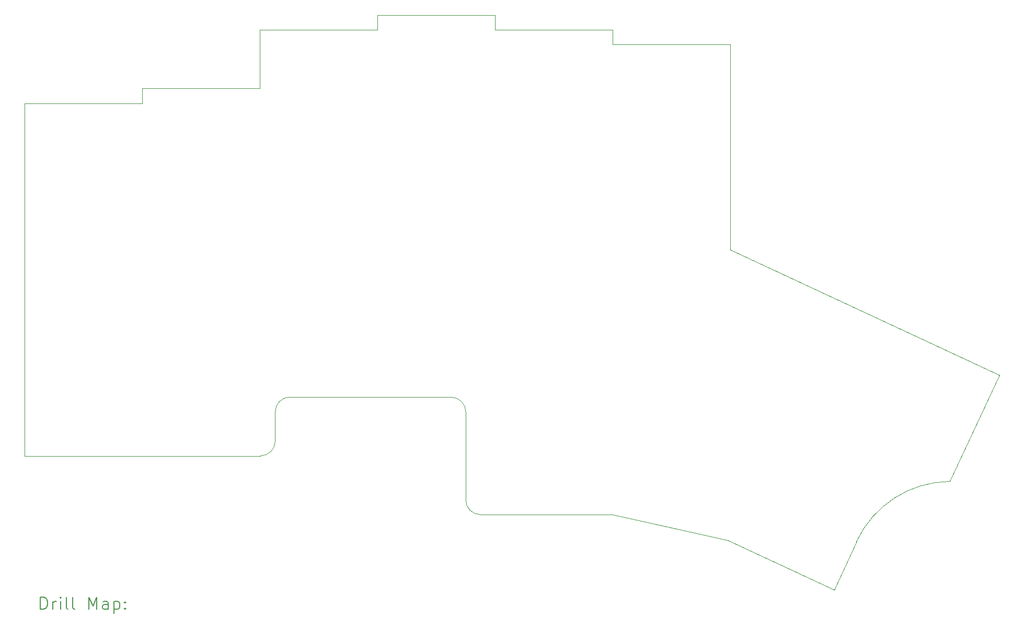
<source format=gbr>
%TF.GenerationSoftware,KiCad,Pcbnew,7.0.5*%
%TF.CreationDate,2024-03-19T14:27:55+08:00*%
%TF.ProjectId,J-50x,4a2d3530-782e-46b6-9963-61645f706362,rev?*%
%TF.SameCoordinates,Original*%
%TF.FileFunction,Drillmap*%
%TF.FilePolarity,Positive*%
%FSLAX45Y45*%
G04 Gerber Fmt 4.5, Leading zero omitted, Abs format (unit mm)*
G04 Created by KiCad (PCBNEW 7.0.5) date 2024-03-19 14:27:55*
%MOMM*%
%LPD*%
G01*
G04 APERTURE LIST*
%ADD10C,0.100000*%
%ADD11C,0.200000*%
G04 APERTURE END LIST*
D10*
X12977000Y-6984500D02*
X12977000Y-6746400D01*
X9167000Y-6508200D02*
X9167000Y-6746400D01*
X3452000Y-13652000D02*
X7271400Y-13652000D01*
X12977000Y-6746400D02*
X11072000Y-6746400D01*
X7271400Y-13652000D02*
G75*
G03*
X7509500Y-13413900I0J238100D01*
G01*
X7747600Y-12699570D02*
G75*
G03*
X7509500Y-12937666I0J-238100D01*
G01*
X19238133Y-12339746D02*
X18433038Y-14065707D01*
X19238133Y-12339746D02*
X14882000Y-10308000D01*
X5357000Y-7698900D02*
X5357000Y-7937000D01*
X11072000Y-6508200D02*
X9167000Y-6508200D01*
X3452000Y-7937000D02*
X3452000Y-13652000D01*
X10595700Y-14366400D02*
G75*
G03*
X10833800Y-14604500I238100J0D01*
G01*
X14837004Y-15016652D02*
X16563418Y-15821847D01*
X14882000Y-6984500D02*
X12977000Y-6984500D01*
X11072000Y-6746400D02*
X11072000Y-6508200D01*
X14837004Y-15016652D02*
X12977080Y-14604461D01*
X7262000Y-6746400D02*
X7262000Y-7698900D01*
X18433039Y-14065712D02*
G75*
G03*
X16926000Y-15039000I20012J-1684378D01*
G01*
X14882000Y-6984500D02*
X14882000Y-10308000D01*
X7509500Y-12937666D02*
X7509500Y-13413900D01*
X10595691Y-12937666D02*
X10595700Y-14366400D01*
X5357000Y-7937000D02*
X3452000Y-7937000D01*
X10595694Y-12937666D02*
G75*
G03*
X10357591Y-12699566I-238104J-4D01*
G01*
X12977000Y-14604500D02*
X10833800Y-14604500D01*
X9167000Y-6746400D02*
X7262000Y-6746400D01*
X10357591Y-12699566D02*
X7747600Y-12699566D01*
X16563418Y-15821847D02*
X16926000Y-15039000D01*
X7262000Y-7698900D02*
X5357000Y-7698900D01*
D11*
X3707777Y-16138331D02*
X3707777Y-15938331D01*
X3707777Y-15938331D02*
X3755396Y-15938331D01*
X3755396Y-15938331D02*
X3783967Y-15947855D01*
X3783967Y-15947855D02*
X3803015Y-15966902D01*
X3803015Y-15966902D02*
X3812539Y-15985950D01*
X3812539Y-15985950D02*
X3822062Y-16024045D01*
X3822062Y-16024045D02*
X3822062Y-16052617D01*
X3822062Y-16052617D02*
X3812539Y-16090712D01*
X3812539Y-16090712D02*
X3803015Y-16109760D01*
X3803015Y-16109760D02*
X3783967Y-16128807D01*
X3783967Y-16128807D02*
X3755396Y-16138331D01*
X3755396Y-16138331D02*
X3707777Y-16138331D01*
X3907777Y-16138331D02*
X3907777Y-16004998D01*
X3907777Y-16043093D02*
X3917301Y-16024045D01*
X3917301Y-16024045D02*
X3926824Y-16014521D01*
X3926824Y-16014521D02*
X3945872Y-16004998D01*
X3945872Y-16004998D02*
X3964920Y-16004998D01*
X4031586Y-16138331D02*
X4031586Y-16004998D01*
X4031586Y-15938331D02*
X4022062Y-15947855D01*
X4022062Y-15947855D02*
X4031586Y-15957379D01*
X4031586Y-15957379D02*
X4041110Y-15947855D01*
X4041110Y-15947855D02*
X4031586Y-15938331D01*
X4031586Y-15938331D02*
X4031586Y-15957379D01*
X4155396Y-16138331D02*
X4136348Y-16128807D01*
X4136348Y-16128807D02*
X4126824Y-16109760D01*
X4126824Y-16109760D02*
X4126824Y-15938331D01*
X4260158Y-16138331D02*
X4241110Y-16128807D01*
X4241110Y-16128807D02*
X4231586Y-16109760D01*
X4231586Y-16109760D02*
X4231586Y-15938331D01*
X4488729Y-16138331D02*
X4488729Y-15938331D01*
X4488729Y-15938331D02*
X4555396Y-16081188D01*
X4555396Y-16081188D02*
X4622063Y-15938331D01*
X4622063Y-15938331D02*
X4622063Y-16138331D01*
X4803015Y-16138331D02*
X4803015Y-16033569D01*
X4803015Y-16033569D02*
X4793491Y-16014521D01*
X4793491Y-16014521D02*
X4774444Y-16004998D01*
X4774444Y-16004998D02*
X4736348Y-16004998D01*
X4736348Y-16004998D02*
X4717301Y-16014521D01*
X4803015Y-16128807D02*
X4783967Y-16138331D01*
X4783967Y-16138331D02*
X4736348Y-16138331D01*
X4736348Y-16138331D02*
X4717301Y-16128807D01*
X4717301Y-16128807D02*
X4707777Y-16109760D01*
X4707777Y-16109760D02*
X4707777Y-16090712D01*
X4707777Y-16090712D02*
X4717301Y-16071664D01*
X4717301Y-16071664D02*
X4736348Y-16062141D01*
X4736348Y-16062141D02*
X4783967Y-16062141D01*
X4783967Y-16062141D02*
X4803015Y-16052617D01*
X4898253Y-16004998D02*
X4898253Y-16204998D01*
X4898253Y-16014521D02*
X4917301Y-16004998D01*
X4917301Y-16004998D02*
X4955396Y-16004998D01*
X4955396Y-16004998D02*
X4974444Y-16014521D01*
X4974444Y-16014521D02*
X4983967Y-16024045D01*
X4983967Y-16024045D02*
X4993491Y-16043093D01*
X4993491Y-16043093D02*
X4993491Y-16100236D01*
X4993491Y-16100236D02*
X4983967Y-16119283D01*
X4983967Y-16119283D02*
X4974444Y-16128807D01*
X4974444Y-16128807D02*
X4955396Y-16138331D01*
X4955396Y-16138331D02*
X4917301Y-16138331D01*
X4917301Y-16138331D02*
X4898253Y-16128807D01*
X5079205Y-16119283D02*
X5088729Y-16128807D01*
X5088729Y-16128807D02*
X5079205Y-16138331D01*
X5079205Y-16138331D02*
X5069682Y-16128807D01*
X5069682Y-16128807D02*
X5079205Y-16119283D01*
X5079205Y-16119283D02*
X5079205Y-16138331D01*
X5079205Y-16014521D02*
X5088729Y-16024045D01*
X5088729Y-16024045D02*
X5079205Y-16033569D01*
X5079205Y-16033569D02*
X5069682Y-16024045D01*
X5069682Y-16024045D02*
X5079205Y-16014521D01*
X5079205Y-16014521D02*
X5079205Y-16033569D01*
M02*

</source>
